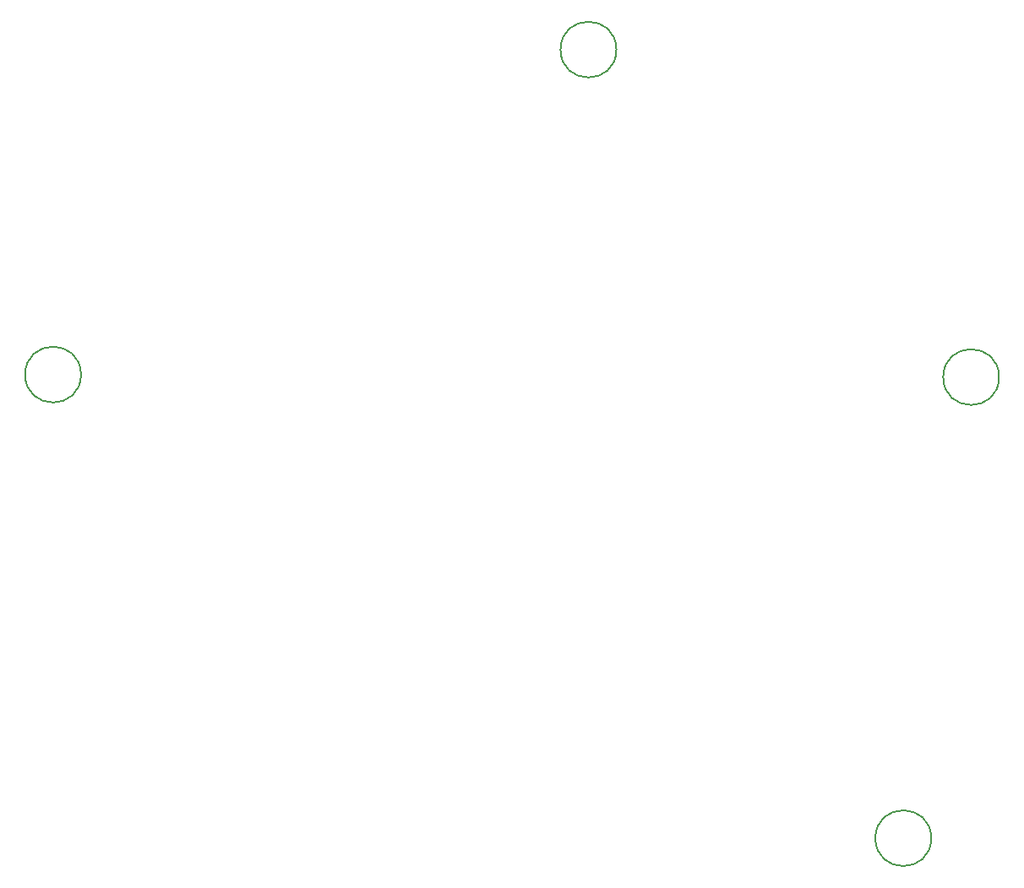
<source format=gbr>
%TF.GenerationSoftware,KiCad,Pcbnew,8.0.2*%
%TF.CreationDate,2025-08-30T14:31:31+07:00*%
%TF.ProjectId,minions,6d696e69-6f6e-4732-9e6b-696361645f70,1*%
%TF.SameCoordinates,Original*%
%TF.FileFunction,Other,Comment*%
%FSLAX46Y46*%
G04 Gerber Fmt 4.6, Leading zero omitted, Abs format (unit mm)*
G04 Created by KiCad (PCBNEW 8.0.2) date 2025-08-30 14:31:31*
%MOMM*%
%LPD*%
G01*
G04 APERTURE LIST*
%ADD10C,0.150000*%
G04 APERTURE END LIST*
D10*
%TO.C,H5*%
X202450000Y-107800000D02*
G75*
G02*
X196850000Y-107800000I-2800000J0D01*
G01*
X196850000Y-107800000D02*
G75*
G02*
X202450000Y-107800000I2800000J0D01*
G01*
%TO.C,H4*%
X164100000Y-74950000D02*
G75*
G02*
X158500000Y-74950000I-2800000J0D01*
G01*
X158500000Y-74950000D02*
G75*
G02*
X164100000Y-74950000I2800000J0D01*
G01*
%TO.C,H7*%
X195650000Y-154050000D02*
G75*
G02*
X190050000Y-154050000I-2800000J0D01*
G01*
X190050000Y-154050000D02*
G75*
G02*
X195650000Y-154050000I2800000J0D01*
G01*
%TO.C,H6*%
X110450000Y-107550000D02*
G75*
G02*
X104850000Y-107550000I-2800000J0D01*
G01*
X104850000Y-107550000D02*
G75*
G02*
X110450000Y-107550000I2800000J0D01*
G01*
%TD*%
M02*

</source>
